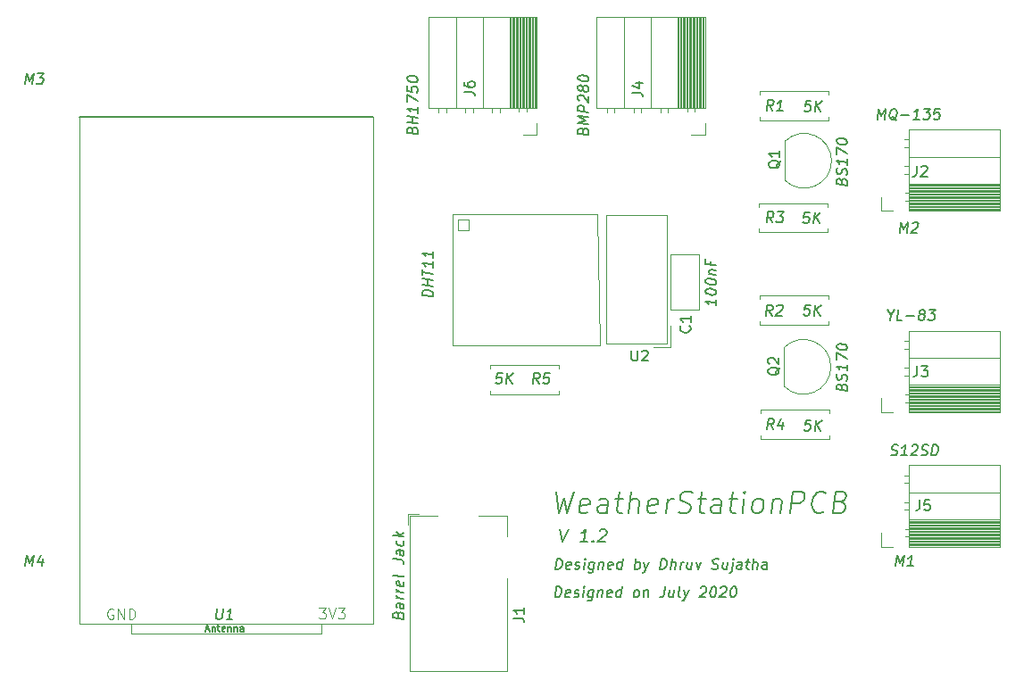
<source format=gbr>
G04 #@! TF.GenerationSoftware,KiCad,Pcbnew,(5.1.6)-1*
G04 #@! TF.CreationDate,2020-07-21T12:12:18+05:30*
G04 #@! TF.ProjectId,WeatherStationPCB,57656174-6865-4725-9374-6174696f6e50,rev?*
G04 #@! TF.SameCoordinates,Original*
G04 #@! TF.FileFunction,Legend,Top*
G04 #@! TF.FilePolarity,Positive*
%FSLAX46Y46*%
G04 Gerber Fmt 4.6, Leading zero omitted, Abs format (unit mm)*
G04 Created by KiCad (PCBNEW (5.1.6)-1) date 2020-07-21 12:12:18*
%MOMM*%
%LPD*%
G01*
G04 APERTURE LIST*
%ADD10C,0.120000*%
%ADD11C,0.150000*%
%ADD12C,0.200000*%
%ADD13C,0.100000*%
%ADD14C,0.127000*%
G04 APERTURE END LIST*
D10*
X116078000Y-88900000D02*
X115062000Y-88900000D01*
X116078000Y-87884000D02*
X116078000Y-88900000D01*
X115062000Y-87884000D02*
X116078000Y-87884000D01*
X115062000Y-88900000D02*
X115062000Y-87884000D01*
X128270000Y-87376000D02*
X114554000Y-87376000D01*
X128524000Y-99822000D02*
X128270000Y-87376000D01*
X114554000Y-99822000D02*
X128524000Y-99822000D01*
X114554000Y-87376000D02*
X114554000Y-99822000D01*
D11*
X156098348Y-96940690D02*
X156038824Y-97416880D01*
X155830491Y-96416880D02*
X156098348Y-96940690D01*
X156497157Y-96416880D01*
X157181681Y-97416880D02*
X156705491Y-97416880D01*
X156830491Y-96416880D01*
X157562633Y-97035928D02*
X158324538Y-97035928D01*
X158967395Y-96845452D02*
X158878110Y-96797833D01*
X158836443Y-96750214D01*
X158800729Y-96654976D01*
X158806681Y-96607357D01*
X158866205Y-96512119D01*
X158919776Y-96464500D01*
X159020967Y-96416880D01*
X159211443Y-96416880D01*
X159300729Y-96464500D01*
X159342395Y-96512119D01*
X159378110Y-96607357D01*
X159372157Y-96654976D01*
X159312633Y-96750214D01*
X159259062Y-96797833D01*
X159157872Y-96845452D01*
X158967395Y-96845452D01*
X158866205Y-96893071D01*
X158812633Y-96940690D01*
X158753110Y-97035928D01*
X158729300Y-97226404D01*
X158765014Y-97321642D01*
X158806681Y-97369261D01*
X158895967Y-97416880D01*
X159086443Y-97416880D01*
X159187633Y-97369261D01*
X159241205Y-97321642D01*
X159300729Y-97226404D01*
X159324538Y-97035928D01*
X159288824Y-96940690D01*
X159247157Y-96893071D01*
X159157872Y-96845452D01*
X159735252Y-96416880D02*
X160354300Y-96416880D01*
X159973348Y-96797833D01*
X160116205Y-96797833D01*
X160205491Y-96845452D01*
X160247157Y-96893071D01*
X160282872Y-96988309D01*
X160253110Y-97226404D01*
X160193586Y-97321642D01*
X160140014Y-97369261D01*
X160038824Y-97416880D01*
X159753110Y-97416880D01*
X159663824Y-97369261D01*
X159622157Y-97321642D01*
X154856252Y-78366880D02*
X154981252Y-77366880D01*
X155225300Y-78081166D01*
X155647919Y-77366880D01*
X155522919Y-78366880D01*
X156653872Y-78462119D02*
X156564586Y-78414500D01*
X156481252Y-78319261D01*
X156356252Y-78176404D01*
X156266967Y-78128785D01*
X156171729Y-78128785D01*
X156189586Y-78366880D02*
X156100300Y-78319261D01*
X156016967Y-78224023D01*
X155993157Y-78033547D01*
X156034824Y-77700214D01*
X156106252Y-77509738D01*
X156213395Y-77414500D01*
X156314586Y-77366880D01*
X156505062Y-77366880D01*
X156594348Y-77414500D01*
X156677681Y-77509738D01*
X156701491Y-77700214D01*
X156659824Y-78033547D01*
X156588395Y-78224023D01*
X156481252Y-78319261D01*
X156380062Y-78366880D01*
X156189586Y-78366880D01*
X157094348Y-77985928D02*
X157856252Y-77985928D01*
X158808633Y-78366880D02*
X158237205Y-78366880D01*
X158522919Y-78366880D02*
X158647919Y-77366880D01*
X158534824Y-77509738D01*
X158427681Y-77604976D01*
X158326491Y-77652595D01*
X159266967Y-77366880D02*
X159886014Y-77366880D01*
X159505062Y-77747833D01*
X159647919Y-77747833D01*
X159737205Y-77795452D01*
X159778872Y-77843071D01*
X159814586Y-77938309D01*
X159784824Y-78176404D01*
X159725300Y-78271642D01*
X159671729Y-78319261D01*
X159570538Y-78366880D01*
X159284824Y-78366880D01*
X159195538Y-78319261D01*
X159153872Y-78271642D01*
X160790776Y-77366880D02*
X160314586Y-77366880D01*
X160207443Y-77843071D01*
X160261014Y-77795452D01*
X160362205Y-77747833D01*
X160600300Y-77747833D01*
X160689586Y-77795452D01*
X160731252Y-77843071D01*
X160766967Y-77938309D01*
X160737205Y-78176404D01*
X160677681Y-78271642D01*
X160624110Y-78319261D01*
X160522919Y-78366880D01*
X160284824Y-78366880D01*
X160195538Y-78319261D01*
X160153872Y-78271642D01*
X112720380Y-95183032D02*
X111720380Y-95058032D01*
X111720380Y-94819937D01*
X111768000Y-94683032D01*
X111863238Y-94599699D01*
X111958476Y-94563985D01*
X112148952Y-94540175D01*
X112291809Y-94558032D01*
X112482285Y-94629461D01*
X112577523Y-94688985D01*
X112672761Y-94796127D01*
X112720380Y-94944937D01*
X112720380Y-95183032D01*
X112720380Y-94183032D02*
X111720380Y-94058032D01*
X112196571Y-94117556D02*
X112196571Y-93546127D01*
X112720380Y-93611604D02*
X111720380Y-93486604D01*
X111720380Y-93153270D02*
X111720380Y-92581842D01*
X112720380Y-92992556D02*
X111720380Y-92867556D01*
X112720380Y-91849699D02*
X112720380Y-92421127D01*
X112720380Y-92135413D02*
X111720380Y-92010413D01*
X111863238Y-92123508D01*
X111958476Y-92230651D01*
X112006095Y-92331842D01*
X112720380Y-90897318D02*
X112720380Y-91468747D01*
X112720380Y-91183032D02*
X111720380Y-91058032D01*
X111863238Y-91171127D01*
X111958476Y-91278270D01*
X112006095Y-91379461D01*
X126928571Y-79425080D02*
X126976190Y-79288175D01*
X127023809Y-79246508D01*
X127119047Y-79210794D01*
X127261904Y-79228651D01*
X127357142Y-79288175D01*
X127404761Y-79341747D01*
X127452380Y-79442937D01*
X127452380Y-79823889D01*
X126452380Y-79698889D01*
X126452380Y-79365556D01*
X126500000Y-79276270D01*
X126547619Y-79234604D01*
X126642857Y-79198889D01*
X126738095Y-79210794D01*
X126833333Y-79270318D01*
X126880952Y-79323889D01*
X126928571Y-79425080D01*
X126928571Y-79758413D01*
X127452380Y-78823889D02*
X126452380Y-78698889D01*
X127166666Y-78454842D01*
X126452380Y-78032223D01*
X127452380Y-78157223D01*
X127452380Y-77681032D02*
X126452380Y-77556032D01*
X126452380Y-77175080D01*
X126500000Y-77085794D01*
X126547619Y-77044127D01*
X126642857Y-77008413D01*
X126785714Y-77026270D01*
X126880952Y-77085794D01*
X126928571Y-77139366D01*
X126976190Y-77240556D01*
X126976190Y-77621508D01*
X126547619Y-76615556D02*
X126500000Y-76561985D01*
X126452380Y-76460794D01*
X126452380Y-76222699D01*
X126500000Y-76133413D01*
X126547619Y-76091747D01*
X126642857Y-76056032D01*
X126738095Y-76067937D01*
X126880952Y-76133413D01*
X127452380Y-76776270D01*
X127452380Y-76157223D01*
X126880952Y-75514366D02*
X126833333Y-75603651D01*
X126785714Y-75645318D01*
X126690476Y-75681032D01*
X126642857Y-75675080D01*
X126547619Y-75615556D01*
X126500000Y-75561985D01*
X126452380Y-75460794D01*
X126452380Y-75270318D01*
X126500000Y-75181032D01*
X126547619Y-75139366D01*
X126642857Y-75103651D01*
X126690476Y-75109604D01*
X126785714Y-75169127D01*
X126833333Y-75222699D01*
X126880952Y-75323889D01*
X126880952Y-75514366D01*
X126928571Y-75615556D01*
X126976190Y-75669127D01*
X127071428Y-75728651D01*
X127261904Y-75752461D01*
X127357142Y-75716747D01*
X127404761Y-75675080D01*
X127452380Y-75585794D01*
X127452380Y-75395318D01*
X127404761Y-75294127D01*
X127357142Y-75240556D01*
X127261904Y-75181032D01*
X127071428Y-75157223D01*
X126976190Y-75192937D01*
X126928571Y-75234604D01*
X126880952Y-75323889D01*
X126452380Y-74460794D02*
X126452380Y-74365556D01*
X126500000Y-74276270D01*
X126547619Y-74234604D01*
X126642857Y-74198889D01*
X126833333Y-74175080D01*
X127071428Y-74204842D01*
X127261904Y-74276270D01*
X127357142Y-74335794D01*
X127404761Y-74389366D01*
X127452380Y-74490556D01*
X127452380Y-74585794D01*
X127404761Y-74675080D01*
X127357142Y-74716747D01*
X127261904Y-74752461D01*
X127071428Y-74776270D01*
X126833333Y-74746508D01*
X126642857Y-74675080D01*
X126547619Y-74615556D01*
X126500000Y-74561985D01*
X126452380Y-74460794D01*
X110736071Y-79353651D02*
X110783690Y-79216747D01*
X110831309Y-79175080D01*
X110926547Y-79139366D01*
X111069404Y-79157223D01*
X111164642Y-79216747D01*
X111212261Y-79270318D01*
X111259880Y-79371508D01*
X111259880Y-79752461D01*
X110259880Y-79627461D01*
X110259880Y-79294127D01*
X110307500Y-79204842D01*
X110355119Y-79163175D01*
X110450357Y-79127461D01*
X110545595Y-79139366D01*
X110640833Y-79198889D01*
X110688452Y-79252461D01*
X110736071Y-79353651D01*
X110736071Y-79686985D01*
X111259880Y-78752461D02*
X110259880Y-78627461D01*
X110736071Y-78686985D02*
X110736071Y-78115556D01*
X111259880Y-78181032D02*
X110259880Y-78056032D01*
X111259880Y-77181032D02*
X111259880Y-77752461D01*
X111259880Y-77466747D02*
X110259880Y-77341747D01*
X110402738Y-77454842D01*
X110497976Y-77561985D01*
X110545595Y-77663175D01*
X110259880Y-76722699D02*
X110259880Y-76056032D01*
X111259880Y-76609604D01*
X110259880Y-75198889D02*
X110259880Y-75675080D01*
X110736071Y-75782223D01*
X110688452Y-75728651D01*
X110640833Y-75627461D01*
X110640833Y-75389366D01*
X110688452Y-75300080D01*
X110736071Y-75258413D01*
X110831309Y-75222699D01*
X111069404Y-75252461D01*
X111164642Y-75311985D01*
X111212261Y-75365556D01*
X111259880Y-75466747D01*
X111259880Y-75704842D01*
X111212261Y-75794127D01*
X111164642Y-75835794D01*
X110259880Y-74532223D02*
X110259880Y-74436985D01*
X110307500Y-74347699D01*
X110355119Y-74306032D01*
X110450357Y-74270318D01*
X110640833Y-74246508D01*
X110878928Y-74276270D01*
X111069404Y-74347699D01*
X111164642Y-74407223D01*
X111212261Y-74460794D01*
X111259880Y-74561985D01*
X111259880Y-74657223D01*
X111212261Y-74746508D01*
X111164642Y-74788175D01*
X111069404Y-74823889D01*
X110878928Y-74847699D01*
X110640833Y-74817937D01*
X110450357Y-74746508D01*
X110355119Y-74686985D01*
X110307500Y-74633413D01*
X110259880Y-74532223D01*
X156124181Y-110196261D02*
X156261086Y-110243880D01*
X156499181Y-110243880D01*
X156600372Y-110196261D01*
X156653943Y-110148642D01*
X156713467Y-110053404D01*
X156725372Y-109958166D01*
X156689657Y-109862928D01*
X156647991Y-109815309D01*
X156558705Y-109767690D01*
X156374181Y-109720071D01*
X156284895Y-109672452D01*
X156243229Y-109624833D01*
X156207514Y-109529595D01*
X156219419Y-109434357D01*
X156278943Y-109339119D01*
X156332514Y-109291500D01*
X156433705Y-109243880D01*
X156671800Y-109243880D01*
X156808705Y-109291500D01*
X157642038Y-110243880D02*
X157070610Y-110243880D01*
X157356324Y-110243880D02*
X157481324Y-109243880D01*
X157368229Y-109386738D01*
X157261086Y-109481976D01*
X157159895Y-109529595D01*
X158136086Y-109339119D02*
X158189657Y-109291500D01*
X158290848Y-109243880D01*
X158528943Y-109243880D01*
X158618229Y-109291500D01*
X158659895Y-109339119D01*
X158695610Y-109434357D01*
X158683705Y-109529595D01*
X158618229Y-109672452D01*
X157975372Y-110243880D01*
X158594419Y-110243880D01*
X158981324Y-110196261D02*
X159118229Y-110243880D01*
X159356324Y-110243880D01*
X159457514Y-110196261D01*
X159511086Y-110148642D01*
X159570610Y-110053404D01*
X159582514Y-109958166D01*
X159546800Y-109862928D01*
X159505133Y-109815309D01*
X159415848Y-109767690D01*
X159231324Y-109720071D01*
X159142038Y-109672452D01*
X159100372Y-109624833D01*
X159064657Y-109529595D01*
X159076562Y-109434357D01*
X159136086Y-109339119D01*
X159189657Y-109291500D01*
X159290848Y-109243880D01*
X159528943Y-109243880D01*
X159665848Y-109291500D01*
X159975372Y-110243880D02*
X160100372Y-109243880D01*
X160338467Y-109243880D01*
X160475372Y-109291500D01*
X160558705Y-109386738D01*
X160594419Y-109481976D01*
X160618229Y-109672452D01*
X160600372Y-109815309D01*
X160528943Y-110005785D01*
X160469419Y-110101023D01*
X160362276Y-110196261D01*
X160213467Y-110243880D01*
X159975372Y-110243880D01*
X109402571Y-125375104D02*
X109450190Y-125238199D01*
X109497809Y-125196532D01*
X109593047Y-125160818D01*
X109735904Y-125178675D01*
X109831142Y-125238199D01*
X109878761Y-125291770D01*
X109926380Y-125392961D01*
X109926380Y-125773913D01*
X108926380Y-125648913D01*
X108926380Y-125315580D01*
X108974000Y-125226294D01*
X109021619Y-125184627D01*
X109116857Y-125148913D01*
X109212095Y-125160818D01*
X109307333Y-125220342D01*
X109354952Y-125273913D01*
X109402571Y-125375104D01*
X109402571Y-125708437D01*
X109926380Y-124345342D02*
X109402571Y-124279866D01*
X109307333Y-124315580D01*
X109259714Y-124404866D01*
X109259714Y-124595342D01*
X109307333Y-124696532D01*
X109878761Y-124339389D02*
X109926380Y-124440580D01*
X109926380Y-124678675D01*
X109878761Y-124767961D01*
X109783523Y-124803675D01*
X109688285Y-124791770D01*
X109593047Y-124732247D01*
X109545428Y-124631056D01*
X109545428Y-124392961D01*
X109497809Y-124291770D01*
X109926380Y-123869151D02*
X109259714Y-123785818D01*
X109450190Y-123809627D02*
X109354952Y-123750104D01*
X109307333Y-123696532D01*
X109259714Y-123595342D01*
X109259714Y-123500104D01*
X109926380Y-123250104D02*
X109259714Y-123166770D01*
X109450190Y-123190580D02*
X109354952Y-123131056D01*
X109307333Y-123077485D01*
X109259714Y-122976294D01*
X109259714Y-122881056D01*
X109878761Y-122244151D02*
X109926380Y-122345342D01*
X109926380Y-122535818D01*
X109878761Y-122625104D01*
X109783523Y-122660818D01*
X109402571Y-122613199D01*
X109307333Y-122553675D01*
X109259714Y-122452485D01*
X109259714Y-122262008D01*
X109307333Y-122172723D01*
X109402571Y-122137008D01*
X109497809Y-122148913D01*
X109593047Y-122637008D01*
X109926380Y-121631056D02*
X109878761Y-121720342D01*
X109783523Y-121756056D01*
X108926380Y-121648913D01*
X108926380Y-120077485D02*
X109640666Y-120166770D01*
X109783523Y-120232247D01*
X109878761Y-120339389D01*
X109926380Y-120488199D01*
X109926380Y-120583437D01*
X109926380Y-119297723D02*
X109402571Y-119232247D01*
X109307333Y-119267961D01*
X109259714Y-119357247D01*
X109259714Y-119547723D01*
X109307333Y-119648913D01*
X109878761Y-119291770D02*
X109926380Y-119392961D01*
X109926380Y-119631056D01*
X109878761Y-119720342D01*
X109783523Y-119756056D01*
X109688285Y-119744151D01*
X109593047Y-119684627D01*
X109545428Y-119583437D01*
X109545428Y-119345342D01*
X109497809Y-119244151D01*
X109878761Y-118387008D02*
X109926380Y-118488199D01*
X109926380Y-118678675D01*
X109878761Y-118767961D01*
X109831142Y-118809627D01*
X109735904Y-118845342D01*
X109450190Y-118809627D01*
X109354952Y-118750104D01*
X109307333Y-118696532D01*
X109259714Y-118595342D01*
X109259714Y-118404866D01*
X109307333Y-118315580D01*
X109926380Y-117964389D02*
X108926380Y-117839389D01*
X109545428Y-117821532D02*
X109926380Y-117583437D01*
X109259714Y-117500104D02*
X109640666Y-117928675D01*
D12*
X124253833Y-123705880D02*
X124378833Y-122705880D01*
X124616928Y-122705880D01*
X124753833Y-122753500D01*
X124837166Y-122848738D01*
X124872880Y-122943976D01*
X124896690Y-123134452D01*
X124878833Y-123277309D01*
X124807404Y-123467785D01*
X124747880Y-123563023D01*
X124640738Y-123658261D01*
X124491928Y-123705880D01*
X124253833Y-123705880D01*
X125640738Y-123658261D02*
X125539547Y-123705880D01*
X125349071Y-123705880D01*
X125259785Y-123658261D01*
X125224071Y-123563023D01*
X125271690Y-123182071D01*
X125331214Y-123086833D01*
X125432404Y-123039214D01*
X125622880Y-123039214D01*
X125712166Y-123086833D01*
X125747880Y-123182071D01*
X125735976Y-123277309D01*
X125247880Y-123372547D01*
X126069309Y-123658261D02*
X126158595Y-123705880D01*
X126349071Y-123705880D01*
X126450261Y-123658261D01*
X126509785Y-123563023D01*
X126515738Y-123515404D01*
X126480023Y-123420166D01*
X126390738Y-123372547D01*
X126247880Y-123372547D01*
X126158595Y-123324928D01*
X126122880Y-123229690D01*
X126128833Y-123182071D01*
X126188357Y-123086833D01*
X126289547Y-123039214D01*
X126432404Y-123039214D01*
X126521690Y-123086833D01*
X126920500Y-123705880D02*
X127003833Y-123039214D01*
X127045500Y-122705880D02*
X126991928Y-122753500D01*
X127033595Y-122801119D01*
X127087166Y-122753500D01*
X127045500Y-122705880D01*
X127033595Y-122801119D01*
X127908595Y-123039214D02*
X127807404Y-123848738D01*
X127747880Y-123943976D01*
X127694309Y-123991595D01*
X127593119Y-124039214D01*
X127450261Y-124039214D01*
X127360976Y-123991595D01*
X127831214Y-123658261D02*
X127730023Y-123705880D01*
X127539547Y-123705880D01*
X127450261Y-123658261D01*
X127408595Y-123610642D01*
X127372880Y-123515404D01*
X127408595Y-123229690D01*
X127468119Y-123134452D01*
X127521690Y-123086833D01*
X127622880Y-123039214D01*
X127813357Y-123039214D01*
X127902642Y-123086833D01*
X128384785Y-123039214D02*
X128301452Y-123705880D01*
X128372880Y-123134452D02*
X128426452Y-123086833D01*
X128527642Y-123039214D01*
X128670500Y-123039214D01*
X128759785Y-123086833D01*
X128795500Y-123182071D01*
X128730023Y-123705880D01*
X129593119Y-123658261D02*
X129491928Y-123705880D01*
X129301452Y-123705880D01*
X129212166Y-123658261D01*
X129176452Y-123563023D01*
X129224071Y-123182071D01*
X129283595Y-123086833D01*
X129384785Y-123039214D01*
X129575261Y-123039214D01*
X129664547Y-123086833D01*
X129700261Y-123182071D01*
X129688357Y-123277309D01*
X129200261Y-123372547D01*
X130491928Y-123705880D02*
X130616928Y-122705880D01*
X130497880Y-123658261D02*
X130396690Y-123705880D01*
X130206214Y-123705880D01*
X130116928Y-123658261D01*
X130075261Y-123610642D01*
X130039547Y-123515404D01*
X130075261Y-123229690D01*
X130134785Y-123134452D01*
X130188357Y-123086833D01*
X130289547Y-123039214D01*
X130480023Y-123039214D01*
X130569309Y-123086833D01*
X131872880Y-123705880D02*
X131783595Y-123658261D01*
X131741928Y-123610642D01*
X131706214Y-123515404D01*
X131741928Y-123229690D01*
X131801452Y-123134452D01*
X131855023Y-123086833D01*
X131956214Y-123039214D01*
X132099071Y-123039214D01*
X132188357Y-123086833D01*
X132230023Y-123134452D01*
X132265738Y-123229690D01*
X132230023Y-123515404D01*
X132170500Y-123610642D01*
X132116928Y-123658261D01*
X132015738Y-123705880D01*
X131872880Y-123705880D01*
X132718119Y-123039214D02*
X132634785Y-123705880D01*
X132706214Y-123134452D02*
X132759785Y-123086833D01*
X132860976Y-123039214D01*
X133003833Y-123039214D01*
X133093119Y-123086833D01*
X133128833Y-123182071D01*
X133063357Y-123705880D01*
X134712166Y-122705880D02*
X134622880Y-123420166D01*
X134557404Y-123563023D01*
X134450261Y-123658261D01*
X134301452Y-123705880D01*
X134206214Y-123705880D01*
X135575261Y-123039214D02*
X135491928Y-123705880D01*
X135146690Y-123039214D02*
X135081214Y-123563023D01*
X135116928Y-123658261D01*
X135206214Y-123705880D01*
X135349071Y-123705880D01*
X135450261Y-123658261D01*
X135503833Y-123610642D01*
X136110976Y-123705880D02*
X136021690Y-123658261D01*
X135985976Y-123563023D01*
X136093119Y-122705880D01*
X136480023Y-123039214D02*
X136634785Y-123705880D01*
X136956214Y-123039214D02*
X136634785Y-123705880D01*
X136509785Y-123943976D01*
X136456214Y-123991595D01*
X136355023Y-124039214D01*
X138081214Y-122801119D02*
X138134785Y-122753500D01*
X138235976Y-122705880D01*
X138474071Y-122705880D01*
X138563357Y-122753500D01*
X138605023Y-122801119D01*
X138640738Y-122896357D01*
X138628833Y-122991595D01*
X138563357Y-123134452D01*
X137920500Y-123705880D01*
X138539547Y-123705880D01*
X139283595Y-122705880D02*
X139378833Y-122705880D01*
X139468119Y-122753500D01*
X139509785Y-122801119D01*
X139545500Y-122896357D01*
X139569309Y-123086833D01*
X139539547Y-123324928D01*
X139468119Y-123515404D01*
X139408595Y-123610642D01*
X139355023Y-123658261D01*
X139253833Y-123705880D01*
X139158595Y-123705880D01*
X139069309Y-123658261D01*
X139027642Y-123610642D01*
X138991928Y-123515404D01*
X138968119Y-123324928D01*
X138997880Y-123086833D01*
X139069309Y-122896357D01*
X139128833Y-122801119D01*
X139182404Y-122753500D01*
X139283595Y-122705880D01*
X139985976Y-122801119D02*
X140039547Y-122753500D01*
X140140738Y-122705880D01*
X140378833Y-122705880D01*
X140468119Y-122753500D01*
X140509785Y-122801119D01*
X140545500Y-122896357D01*
X140533595Y-122991595D01*
X140468119Y-123134452D01*
X139825261Y-123705880D01*
X140444309Y-123705880D01*
X141188357Y-122705880D02*
X141283595Y-122705880D01*
X141372880Y-122753500D01*
X141414547Y-122801119D01*
X141450261Y-122896357D01*
X141474071Y-123086833D01*
X141444309Y-123324928D01*
X141372880Y-123515404D01*
X141313357Y-123610642D01*
X141259785Y-123658261D01*
X141158595Y-123705880D01*
X141063357Y-123705880D01*
X140974071Y-123658261D01*
X140932404Y-123610642D01*
X140896690Y-123515404D01*
X140872880Y-123324928D01*
X140902642Y-123086833D01*
X140974071Y-122896357D01*
X141033595Y-122801119D01*
X141087166Y-122753500D01*
X141188357Y-122705880D01*
X124325452Y-121038880D02*
X124450452Y-120038880D01*
X124688547Y-120038880D01*
X124825452Y-120086500D01*
X124908785Y-120181738D01*
X124944500Y-120276976D01*
X124968309Y-120467452D01*
X124950452Y-120610309D01*
X124879023Y-120800785D01*
X124819500Y-120896023D01*
X124712357Y-120991261D01*
X124563547Y-121038880D01*
X124325452Y-121038880D01*
X125712357Y-120991261D02*
X125611166Y-121038880D01*
X125420690Y-121038880D01*
X125331404Y-120991261D01*
X125295690Y-120896023D01*
X125343309Y-120515071D01*
X125402833Y-120419833D01*
X125504023Y-120372214D01*
X125694500Y-120372214D01*
X125783785Y-120419833D01*
X125819500Y-120515071D01*
X125807595Y-120610309D01*
X125319500Y-120705547D01*
X126140928Y-120991261D02*
X126230214Y-121038880D01*
X126420690Y-121038880D01*
X126521880Y-120991261D01*
X126581404Y-120896023D01*
X126587357Y-120848404D01*
X126551642Y-120753166D01*
X126462357Y-120705547D01*
X126319500Y-120705547D01*
X126230214Y-120657928D01*
X126194500Y-120562690D01*
X126200452Y-120515071D01*
X126259976Y-120419833D01*
X126361166Y-120372214D01*
X126504023Y-120372214D01*
X126593309Y-120419833D01*
X126992119Y-121038880D02*
X127075452Y-120372214D01*
X127117119Y-120038880D02*
X127063547Y-120086500D01*
X127105214Y-120134119D01*
X127158785Y-120086500D01*
X127117119Y-120038880D01*
X127105214Y-120134119D01*
X127980214Y-120372214D02*
X127879023Y-121181738D01*
X127819500Y-121276976D01*
X127765928Y-121324595D01*
X127664738Y-121372214D01*
X127521880Y-121372214D01*
X127432595Y-121324595D01*
X127902833Y-120991261D02*
X127801642Y-121038880D01*
X127611166Y-121038880D01*
X127521880Y-120991261D01*
X127480214Y-120943642D01*
X127444500Y-120848404D01*
X127480214Y-120562690D01*
X127539738Y-120467452D01*
X127593309Y-120419833D01*
X127694500Y-120372214D01*
X127884976Y-120372214D01*
X127974261Y-120419833D01*
X128456404Y-120372214D02*
X128373071Y-121038880D01*
X128444500Y-120467452D02*
X128498071Y-120419833D01*
X128599261Y-120372214D01*
X128742119Y-120372214D01*
X128831404Y-120419833D01*
X128867119Y-120515071D01*
X128801642Y-121038880D01*
X129664738Y-120991261D02*
X129563547Y-121038880D01*
X129373071Y-121038880D01*
X129283785Y-120991261D01*
X129248071Y-120896023D01*
X129295690Y-120515071D01*
X129355214Y-120419833D01*
X129456404Y-120372214D01*
X129646880Y-120372214D01*
X129736166Y-120419833D01*
X129771880Y-120515071D01*
X129759976Y-120610309D01*
X129271880Y-120705547D01*
X130563547Y-121038880D02*
X130688547Y-120038880D01*
X130569500Y-120991261D02*
X130468309Y-121038880D01*
X130277833Y-121038880D01*
X130188547Y-120991261D01*
X130146880Y-120943642D01*
X130111166Y-120848404D01*
X130146880Y-120562690D01*
X130206404Y-120467452D01*
X130259976Y-120419833D01*
X130361166Y-120372214D01*
X130551642Y-120372214D01*
X130640928Y-120419833D01*
X131801642Y-121038880D02*
X131926642Y-120038880D01*
X131879023Y-120419833D02*
X131980214Y-120372214D01*
X132170690Y-120372214D01*
X132259976Y-120419833D01*
X132301642Y-120467452D01*
X132337357Y-120562690D01*
X132301642Y-120848404D01*
X132242119Y-120943642D01*
X132188547Y-120991261D01*
X132087357Y-121038880D01*
X131896880Y-121038880D01*
X131807595Y-120991261D01*
X132694500Y-120372214D02*
X132849261Y-121038880D01*
X133170690Y-120372214D02*
X132849261Y-121038880D01*
X132724261Y-121276976D01*
X132670690Y-121324595D01*
X132569500Y-121372214D01*
X134230214Y-121038880D02*
X134355214Y-120038880D01*
X134593309Y-120038880D01*
X134730214Y-120086500D01*
X134813547Y-120181738D01*
X134849261Y-120276976D01*
X134873071Y-120467452D01*
X134855214Y-120610309D01*
X134783785Y-120800785D01*
X134724261Y-120896023D01*
X134617119Y-120991261D01*
X134468309Y-121038880D01*
X134230214Y-121038880D01*
X135230214Y-121038880D02*
X135355214Y-120038880D01*
X135658785Y-121038880D02*
X135724261Y-120515071D01*
X135688547Y-120419833D01*
X135599261Y-120372214D01*
X135456404Y-120372214D01*
X135355214Y-120419833D01*
X135301642Y-120467452D01*
X136134976Y-121038880D02*
X136218309Y-120372214D01*
X136194500Y-120562690D02*
X136254023Y-120467452D01*
X136307595Y-120419833D01*
X136408785Y-120372214D01*
X136504023Y-120372214D01*
X137265928Y-120372214D02*
X137182595Y-121038880D01*
X136837357Y-120372214D02*
X136771880Y-120896023D01*
X136807595Y-120991261D01*
X136896880Y-121038880D01*
X137039738Y-121038880D01*
X137140928Y-120991261D01*
X137194500Y-120943642D01*
X137646880Y-120372214D02*
X137801642Y-121038880D01*
X138123071Y-120372214D01*
X139140928Y-120991261D02*
X139277833Y-121038880D01*
X139515928Y-121038880D01*
X139617119Y-120991261D01*
X139670690Y-120943642D01*
X139730214Y-120848404D01*
X139742119Y-120753166D01*
X139706404Y-120657928D01*
X139664738Y-120610309D01*
X139575452Y-120562690D01*
X139390928Y-120515071D01*
X139301642Y-120467452D01*
X139259976Y-120419833D01*
X139224261Y-120324595D01*
X139236166Y-120229357D01*
X139295690Y-120134119D01*
X139349261Y-120086500D01*
X139450452Y-120038880D01*
X139688547Y-120038880D01*
X139825452Y-120086500D01*
X140646880Y-120372214D02*
X140563547Y-121038880D01*
X140218309Y-120372214D02*
X140152833Y-120896023D01*
X140188547Y-120991261D01*
X140277833Y-121038880D01*
X140420690Y-121038880D01*
X140521880Y-120991261D01*
X140575452Y-120943642D01*
X141123071Y-120372214D02*
X141015928Y-121229357D01*
X140956404Y-121324595D01*
X140855214Y-121372214D01*
X140807595Y-121372214D01*
X141164738Y-120038880D02*
X141111166Y-120086500D01*
X141152833Y-120134119D01*
X141206404Y-120086500D01*
X141164738Y-120038880D01*
X141152833Y-120134119D01*
X141944500Y-121038880D02*
X142009976Y-120515071D01*
X141974261Y-120419833D01*
X141884976Y-120372214D01*
X141694500Y-120372214D01*
X141593309Y-120419833D01*
X141950452Y-120991261D02*
X141849261Y-121038880D01*
X141611166Y-121038880D01*
X141521880Y-120991261D01*
X141486166Y-120896023D01*
X141498071Y-120800785D01*
X141557595Y-120705547D01*
X141658785Y-120657928D01*
X141896880Y-120657928D01*
X141998071Y-120610309D01*
X142361166Y-120372214D02*
X142742119Y-120372214D01*
X142545690Y-120038880D02*
X142438547Y-120896023D01*
X142474261Y-120991261D01*
X142563547Y-121038880D01*
X142658785Y-121038880D01*
X142992119Y-121038880D02*
X143117119Y-120038880D01*
X143420690Y-121038880D02*
X143486166Y-120515071D01*
X143450452Y-120419833D01*
X143361166Y-120372214D01*
X143218309Y-120372214D01*
X143117119Y-120419833D01*
X143063547Y-120467452D01*
X144325452Y-121038880D02*
X144390928Y-120515071D01*
X144355214Y-120419833D01*
X144265928Y-120372214D01*
X144075452Y-120372214D01*
X143974261Y-120419833D01*
X144331404Y-120991261D02*
X144230214Y-121038880D01*
X143992119Y-121038880D01*
X143902833Y-120991261D01*
X143867119Y-120896023D01*
X143879023Y-120800785D01*
X143938547Y-120705547D01*
X144039738Y-120657928D01*
X144277833Y-120657928D01*
X144379023Y-120610309D01*
X124748178Y-117262357D02*
X124998178Y-118462357D01*
X125548178Y-117262357D01*
X127341035Y-118462357D02*
X126655321Y-118462357D01*
X126998178Y-118462357D02*
X127148178Y-117262357D01*
X127012464Y-117433785D01*
X126883892Y-117548071D01*
X126762464Y-117605214D01*
X127869607Y-118348071D02*
X127919607Y-118405214D01*
X127855321Y-118462357D01*
X127805321Y-118405214D01*
X127869607Y-118348071D01*
X127855321Y-118462357D01*
X128505321Y-117376642D02*
X128569607Y-117319500D01*
X128691035Y-117262357D01*
X128976750Y-117262357D01*
X129083892Y-117319500D01*
X129133892Y-117376642D01*
X129176750Y-117490928D01*
X129162464Y-117605214D01*
X129083892Y-117776642D01*
X128312464Y-118462357D01*
X129055321Y-118462357D01*
D13*
X82359595Y-124849000D02*
X82264357Y-124801380D01*
X82121500Y-124801380D01*
X81978642Y-124849000D01*
X81883404Y-124944238D01*
X81835785Y-125039476D01*
X81788166Y-125229952D01*
X81788166Y-125372809D01*
X81835785Y-125563285D01*
X81883404Y-125658523D01*
X81978642Y-125753761D01*
X82121500Y-125801380D01*
X82216738Y-125801380D01*
X82359595Y-125753761D01*
X82407214Y-125706142D01*
X82407214Y-125372809D01*
X82216738Y-125372809D01*
X82835785Y-125801380D02*
X82835785Y-124801380D01*
X83407214Y-125801380D01*
X83407214Y-124801380D01*
X83883404Y-125801380D02*
X83883404Y-124801380D01*
X84121500Y-124801380D01*
X84264357Y-124849000D01*
X84359595Y-124944238D01*
X84407214Y-125039476D01*
X84454833Y-125229952D01*
X84454833Y-125372809D01*
X84407214Y-125563285D01*
X84359595Y-125658523D01*
X84264357Y-125753761D01*
X84121500Y-125801380D01*
X83883404Y-125801380D01*
X101885904Y-124737880D02*
X102504952Y-124737880D01*
X102171619Y-125118833D01*
X102314476Y-125118833D01*
X102409714Y-125166452D01*
X102457333Y-125214071D01*
X102504952Y-125309309D01*
X102504952Y-125547404D01*
X102457333Y-125642642D01*
X102409714Y-125690261D01*
X102314476Y-125737880D01*
X102028761Y-125737880D01*
X101933523Y-125690261D01*
X101885904Y-125642642D01*
X102790666Y-124737880D02*
X103124000Y-125737880D01*
X103457333Y-124737880D01*
X103695428Y-124737880D02*
X104314476Y-124737880D01*
X103981142Y-125118833D01*
X104124000Y-125118833D01*
X104219238Y-125166452D01*
X104266857Y-125214071D01*
X104314476Y-125309309D01*
X104314476Y-125547404D01*
X104266857Y-125642642D01*
X104219238Y-125690261D01*
X104124000Y-125737880D01*
X103838285Y-125737880D01*
X103743047Y-125690261D01*
X103695428Y-125642642D01*
D12*
X124377011Y-113712761D02*
X124603202Y-115712761D01*
X125162726Y-114284190D01*
X125365107Y-115712761D01*
X126091297Y-113712761D01*
X127377011Y-115617523D02*
X127174630Y-115712761D01*
X126793678Y-115712761D01*
X126615107Y-115617523D01*
X126543678Y-115427047D01*
X126638916Y-114665142D01*
X126757964Y-114474666D01*
X126960345Y-114379428D01*
X127341297Y-114379428D01*
X127519869Y-114474666D01*
X127591297Y-114665142D01*
X127567488Y-114855619D01*
X126591297Y-115046095D01*
X129174630Y-115712761D02*
X129305583Y-114665142D01*
X129234154Y-114474666D01*
X129055583Y-114379428D01*
X128674630Y-114379428D01*
X128472250Y-114474666D01*
X129186535Y-115617523D02*
X128984154Y-115712761D01*
X128507964Y-115712761D01*
X128329392Y-115617523D01*
X128257964Y-115427047D01*
X128281773Y-115236571D01*
X128400821Y-115046095D01*
X128603202Y-114950857D01*
X129079392Y-114950857D01*
X129281773Y-114855619D01*
X130007964Y-114379428D02*
X130769869Y-114379428D01*
X130377011Y-113712761D02*
X130162726Y-115427047D01*
X130234154Y-115617523D01*
X130412726Y-115712761D01*
X130603202Y-115712761D01*
X131269869Y-115712761D02*
X131519869Y-113712761D01*
X132127011Y-115712761D02*
X132257964Y-114665142D01*
X132186535Y-114474666D01*
X132007964Y-114379428D01*
X131722250Y-114379428D01*
X131519869Y-114474666D01*
X131412726Y-114569904D01*
X133853202Y-115617523D02*
X133650821Y-115712761D01*
X133269869Y-115712761D01*
X133091297Y-115617523D01*
X133019869Y-115427047D01*
X133115107Y-114665142D01*
X133234154Y-114474666D01*
X133436535Y-114379428D01*
X133817488Y-114379428D01*
X133996059Y-114474666D01*
X134067488Y-114665142D01*
X134043678Y-114855619D01*
X133067488Y-115046095D01*
X134793678Y-115712761D02*
X134960345Y-114379428D01*
X134912726Y-114760380D02*
X135031773Y-114569904D01*
X135138916Y-114474666D01*
X135341297Y-114379428D01*
X135531773Y-114379428D01*
X135948440Y-115617523D02*
X136222250Y-115712761D01*
X136698440Y-115712761D01*
X136900821Y-115617523D01*
X137007964Y-115522285D01*
X137127011Y-115331809D01*
X137150821Y-115141333D01*
X137079392Y-114950857D01*
X136996059Y-114855619D01*
X136817488Y-114760380D01*
X136448440Y-114665142D01*
X136269869Y-114569904D01*
X136186535Y-114474666D01*
X136115107Y-114284190D01*
X136138916Y-114093714D01*
X136257964Y-113903238D01*
X136365107Y-113808000D01*
X136567488Y-113712761D01*
X137043678Y-113712761D01*
X137317488Y-113808000D01*
X137817488Y-114379428D02*
X138579392Y-114379428D01*
X138186535Y-113712761D02*
X137972250Y-115427047D01*
X138043678Y-115617523D01*
X138222250Y-115712761D01*
X138412726Y-115712761D01*
X139936535Y-115712761D02*
X140067488Y-114665142D01*
X139996059Y-114474666D01*
X139817488Y-114379428D01*
X139436535Y-114379428D01*
X139234154Y-114474666D01*
X139948440Y-115617523D02*
X139746059Y-115712761D01*
X139269869Y-115712761D01*
X139091297Y-115617523D01*
X139019869Y-115427047D01*
X139043678Y-115236571D01*
X139162726Y-115046095D01*
X139365107Y-114950857D01*
X139841297Y-114950857D01*
X140043678Y-114855619D01*
X140769869Y-114379428D02*
X141531773Y-114379428D01*
X141138916Y-113712761D02*
X140924630Y-115427047D01*
X140996059Y-115617523D01*
X141174630Y-115712761D01*
X141365107Y-115712761D01*
X142031773Y-115712761D02*
X142198440Y-114379428D01*
X142281773Y-113712761D02*
X142174630Y-113808000D01*
X142257964Y-113903238D01*
X142365107Y-113808000D01*
X142281773Y-113712761D01*
X142257964Y-113903238D01*
X143269869Y-115712761D02*
X143091297Y-115617523D01*
X143007964Y-115522285D01*
X142936535Y-115331809D01*
X143007964Y-114760380D01*
X143127011Y-114569904D01*
X143234154Y-114474666D01*
X143436535Y-114379428D01*
X143722250Y-114379428D01*
X143900821Y-114474666D01*
X143984154Y-114569904D01*
X144055583Y-114760380D01*
X143984154Y-115331809D01*
X143865107Y-115522285D01*
X143757964Y-115617523D01*
X143555583Y-115712761D01*
X143269869Y-115712761D01*
X144960345Y-114379428D02*
X144793678Y-115712761D01*
X144936535Y-114569904D02*
X145043678Y-114474666D01*
X145246059Y-114379428D01*
X145531773Y-114379428D01*
X145710345Y-114474666D01*
X145781773Y-114665142D01*
X145650821Y-115712761D01*
X146603202Y-115712761D02*
X146853202Y-113712761D01*
X147615107Y-113712761D01*
X147793678Y-113808000D01*
X147877011Y-113903238D01*
X147948440Y-114093714D01*
X147912726Y-114379428D01*
X147793678Y-114569904D01*
X147686535Y-114665142D01*
X147484154Y-114760380D01*
X146722250Y-114760380D01*
X149769869Y-115522285D02*
X149662726Y-115617523D01*
X149365107Y-115712761D01*
X149174630Y-115712761D01*
X148900821Y-115617523D01*
X148734154Y-115427047D01*
X148662726Y-115236571D01*
X148615107Y-114855619D01*
X148650821Y-114569904D01*
X148793678Y-114188952D01*
X148912726Y-113998476D01*
X149127011Y-113808000D01*
X149424630Y-113712761D01*
X149615107Y-113712761D01*
X149888916Y-113808000D01*
X149972250Y-113903238D01*
X151400821Y-114665142D02*
X151674630Y-114760380D01*
X151757964Y-114855619D01*
X151829392Y-115046095D01*
X151793678Y-115331809D01*
X151674630Y-115522285D01*
X151567488Y-115617523D01*
X151365107Y-115712761D01*
X150603202Y-115712761D01*
X150853202Y-113712761D01*
X151519869Y-113712761D01*
X151698440Y-113808000D01*
X151781773Y-113903238D01*
X151853202Y-114093714D01*
X151829392Y-114284190D01*
X151710345Y-114474666D01*
X151603202Y-114569904D01*
X151400821Y-114665142D01*
X150734154Y-114665142D01*
D10*
X156337000Y-106168000D02*
X155227000Y-106168000D01*
X155227000Y-106168000D02*
X155227000Y-104838000D01*
X166427000Y-106168000D02*
X166427000Y-98428000D01*
X166427000Y-98428000D02*
X157797000Y-98428000D01*
X157797000Y-106168000D02*
X157797000Y-98428000D01*
X166427000Y-106168000D02*
X157797000Y-106168000D01*
X166427000Y-101028000D02*
X157797000Y-101028000D01*
X166427000Y-103568000D02*
X157797000Y-103568000D01*
X157797000Y-99398000D02*
X157387000Y-99398000D01*
X157797000Y-100118000D02*
X157387000Y-100118000D01*
X157797000Y-101938000D02*
X157387000Y-101938000D01*
X157797000Y-102658000D02*
X157387000Y-102658000D01*
X157797000Y-104478000D02*
X157447000Y-104478000D01*
X157797000Y-105198000D02*
X157447000Y-105198000D01*
X166427000Y-103686100D02*
X157797000Y-103686100D01*
X166427000Y-103804195D02*
X157797000Y-103804195D01*
X166427000Y-103922290D02*
X157797000Y-103922290D01*
X166427000Y-104040385D02*
X157797000Y-104040385D01*
X166427000Y-104158480D02*
X157797000Y-104158480D01*
X166427000Y-104276575D02*
X157797000Y-104276575D01*
X166427000Y-104394670D02*
X157797000Y-104394670D01*
X166427000Y-104512765D02*
X157797000Y-104512765D01*
X166427000Y-104630860D02*
X157797000Y-104630860D01*
X166427000Y-104748955D02*
X157797000Y-104748955D01*
X166427000Y-104867050D02*
X157797000Y-104867050D01*
X166427000Y-104985145D02*
X157797000Y-104985145D01*
X166427000Y-105103240D02*
X157797000Y-105103240D01*
X166427000Y-105221335D02*
X157797000Y-105221335D01*
X166427000Y-105339430D02*
X157797000Y-105339430D01*
X166427000Y-105457525D02*
X157797000Y-105457525D01*
X166427000Y-105575620D02*
X157797000Y-105575620D01*
X166427000Y-105693715D02*
X157797000Y-105693715D01*
X166427000Y-105811810D02*
X157797000Y-105811810D01*
X166427000Y-105929905D02*
X157797000Y-105929905D01*
X166427000Y-106048000D02*
X157797000Y-106048000D01*
X118078000Y-101690000D02*
X118078000Y-102020000D01*
X124618000Y-101690000D02*
X118078000Y-101690000D01*
X124618000Y-102020000D02*
X124618000Y-101690000D01*
X118078000Y-104430000D02*
X118078000Y-104100000D01*
X124618000Y-104430000D02*
X118078000Y-104430000D01*
X124618000Y-104100000D02*
X124618000Y-104430000D01*
X150272000Y-108685000D02*
X150272000Y-108355000D01*
X143732000Y-108685000D02*
X150272000Y-108685000D01*
X143732000Y-108355000D02*
X143732000Y-108685000D01*
X150272000Y-105945000D02*
X150272000Y-106275000D01*
X143732000Y-105945000D02*
X150272000Y-105945000D01*
X143732000Y-106275000D02*
X143732000Y-105945000D01*
X150146000Y-89063500D02*
X150146000Y-88733500D01*
X143606000Y-89063500D02*
X150146000Y-89063500D01*
X143606000Y-88733500D02*
X143606000Y-89063500D01*
X150146000Y-86323500D02*
X150146000Y-86653500D01*
X143606000Y-86323500D02*
X150146000Y-86323500D01*
X143606000Y-86653500D02*
X143606000Y-86323500D01*
X150209000Y-97826500D02*
X150209000Y-97496500D01*
X143669000Y-97826500D02*
X150209000Y-97826500D01*
X143669000Y-97496500D02*
X143669000Y-97826500D01*
X150209000Y-95086500D02*
X150209000Y-95416500D01*
X143669000Y-95086500D02*
X150209000Y-95086500D01*
X143669000Y-95416500D02*
X143669000Y-95086500D01*
X150209000Y-78459000D02*
X150209000Y-78129000D01*
X143669000Y-78459000D02*
X150209000Y-78459000D01*
X143669000Y-78129000D02*
X143669000Y-78459000D01*
X150209000Y-75719000D02*
X150209000Y-76049000D01*
X143669000Y-75719000D02*
X150209000Y-75719000D01*
X143669000Y-76049000D02*
X143669000Y-75719000D01*
X122432000Y-68650000D02*
X122432000Y-77280000D01*
X122313905Y-68650000D02*
X122313905Y-77280000D01*
X122195810Y-68650000D02*
X122195810Y-77280000D01*
X122077715Y-68650000D02*
X122077715Y-77280000D01*
X121959620Y-68650000D02*
X121959620Y-77280000D01*
X121841525Y-68650000D02*
X121841525Y-77280000D01*
X121723430Y-68650000D02*
X121723430Y-77280000D01*
X121605335Y-68650000D02*
X121605335Y-77280000D01*
X121487240Y-68650000D02*
X121487240Y-77280000D01*
X121369145Y-68650000D02*
X121369145Y-77280000D01*
X121251050Y-68650000D02*
X121251050Y-77280000D01*
X121132955Y-68650000D02*
X121132955Y-77280000D01*
X121014860Y-68650000D02*
X121014860Y-77280000D01*
X120896765Y-68650000D02*
X120896765Y-77280000D01*
X120778670Y-68650000D02*
X120778670Y-77280000D01*
X120660575Y-68650000D02*
X120660575Y-77280000D01*
X120542480Y-68650000D02*
X120542480Y-77280000D01*
X120424385Y-68650000D02*
X120424385Y-77280000D01*
X120306290Y-68650000D02*
X120306290Y-77280000D01*
X120188195Y-68650000D02*
X120188195Y-77280000D01*
X120070100Y-68650000D02*
X120070100Y-77280000D01*
X121582000Y-77280000D02*
X121582000Y-77630000D01*
X120862000Y-77280000D02*
X120862000Y-77630000D01*
X119042000Y-77280000D02*
X119042000Y-77690000D01*
X118322000Y-77280000D02*
X118322000Y-77690000D01*
X116502000Y-77280000D02*
X116502000Y-77690000D01*
X115782000Y-77280000D02*
X115782000Y-77690000D01*
X113962000Y-77280000D02*
X113962000Y-77690000D01*
X113242000Y-77280000D02*
X113242000Y-77690000D01*
X119952000Y-68650000D02*
X119952000Y-77280000D01*
X117412000Y-68650000D02*
X117412000Y-77280000D01*
X114872000Y-68650000D02*
X114872000Y-77280000D01*
X122552000Y-68650000D02*
X122552000Y-77280000D01*
X122552000Y-77280000D02*
X112272000Y-77280000D01*
X112272000Y-68650000D02*
X112272000Y-77280000D01*
X122552000Y-68650000D02*
X112272000Y-68650000D01*
X122552000Y-79850000D02*
X121222000Y-79850000D01*
X122552000Y-78740000D02*
X122552000Y-79850000D01*
X166427000Y-118812000D02*
X157797000Y-118812000D01*
X166427000Y-118693905D02*
X157797000Y-118693905D01*
X166427000Y-118575810D02*
X157797000Y-118575810D01*
X166427000Y-118457715D02*
X157797000Y-118457715D01*
X166427000Y-118339620D02*
X157797000Y-118339620D01*
X166427000Y-118221525D02*
X157797000Y-118221525D01*
X166427000Y-118103430D02*
X157797000Y-118103430D01*
X166427000Y-117985335D02*
X157797000Y-117985335D01*
X166427000Y-117867240D02*
X157797000Y-117867240D01*
X166427000Y-117749145D02*
X157797000Y-117749145D01*
X166427000Y-117631050D02*
X157797000Y-117631050D01*
X166427000Y-117512955D02*
X157797000Y-117512955D01*
X166427000Y-117394860D02*
X157797000Y-117394860D01*
X166427000Y-117276765D02*
X157797000Y-117276765D01*
X166427000Y-117158670D02*
X157797000Y-117158670D01*
X166427000Y-117040575D02*
X157797000Y-117040575D01*
X166427000Y-116922480D02*
X157797000Y-116922480D01*
X166427000Y-116804385D02*
X157797000Y-116804385D01*
X166427000Y-116686290D02*
X157797000Y-116686290D01*
X166427000Y-116568195D02*
X157797000Y-116568195D01*
X166427000Y-116450100D02*
X157797000Y-116450100D01*
X157797000Y-117962000D02*
X157447000Y-117962000D01*
X157797000Y-117242000D02*
X157447000Y-117242000D01*
X157797000Y-115422000D02*
X157387000Y-115422000D01*
X157797000Y-114702000D02*
X157387000Y-114702000D01*
X157797000Y-112882000D02*
X157387000Y-112882000D01*
X157797000Y-112162000D02*
X157387000Y-112162000D01*
X166427000Y-116332000D02*
X157797000Y-116332000D01*
X166427000Y-113792000D02*
X157797000Y-113792000D01*
X166427000Y-118932000D02*
X157797000Y-118932000D01*
X157797000Y-118932000D02*
X157797000Y-111192000D01*
X166427000Y-111192000D02*
X157797000Y-111192000D01*
X166427000Y-118932000D02*
X166427000Y-111192000D01*
X155227000Y-118932000D02*
X155227000Y-117602000D01*
X156337000Y-118932000D02*
X155227000Y-118932000D01*
X156337000Y-87055000D02*
X155227000Y-87055000D01*
X155227000Y-87055000D02*
X155227000Y-85725000D01*
X166427000Y-87055000D02*
X166427000Y-79315000D01*
X166427000Y-79315000D02*
X157797000Y-79315000D01*
X157797000Y-87055000D02*
X157797000Y-79315000D01*
X166427000Y-87055000D02*
X157797000Y-87055000D01*
X166427000Y-81915000D02*
X157797000Y-81915000D01*
X166427000Y-84455000D02*
X157797000Y-84455000D01*
X157797000Y-80285000D02*
X157387000Y-80285000D01*
X157797000Y-81005000D02*
X157387000Y-81005000D01*
X157797000Y-82825000D02*
X157387000Y-82825000D01*
X157797000Y-83545000D02*
X157387000Y-83545000D01*
X157797000Y-85365000D02*
X157447000Y-85365000D01*
X157797000Y-86085000D02*
X157447000Y-86085000D01*
X166427000Y-84573100D02*
X157797000Y-84573100D01*
X166427000Y-84691195D02*
X157797000Y-84691195D01*
X166427000Y-84809290D02*
X157797000Y-84809290D01*
X166427000Y-84927385D02*
X157797000Y-84927385D01*
X166427000Y-85045480D02*
X157797000Y-85045480D01*
X166427000Y-85163575D02*
X157797000Y-85163575D01*
X166427000Y-85281670D02*
X157797000Y-85281670D01*
X166427000Y-85399765D02*
X157797000Y-85399765D01*
X166427000Y-85517860D02*
X157797000Y-85517860D01*
X166427000Y-85635955D02*
X157797000Y-85635955D01*
X166427000Y-85754050D02*
X157797000Y-85754050D01*
X166427000Y-85872145D02*
X157797000Y-85872145D01*
X166427000Y-85990240D02*
X157797000Y-85990240D01*
X166427000Y-86108335D02*
X157797000Y-86108335D01*
X166427000Y-86226430D02*
X157797000Y-86226430D01*
X166427000Y-86344525D02*
X157797000Y-86344525D01*
X166427000Y-86462620D02*
X157797000Y-86462620D01*
X166427000Y-86580715D02*
X157797000Y-86580715D01*
X166427000Y-86698810D02*
X157797000Y-86698810D01*
X166427000Y-86816905D02*
X157797000Y-86816905D01*
X166427000Y-86935000D02*
X157797000Y-86935000D01*
X138490000Y-78740000D02*
X138490000Y-79850000D01*
X138490000Y-79850000D02*
X137160000Y-79850000D01*
X138490000Y-68650000D02*
X128210000Y-68650000D01*
X128210000Y-68650000D02*
X128210000Y-77280000D01*
X138490000Y-77280000D02*
X128210000Y-77280000D01*
X138490000Y-68650000D02*
X138490000Y-77280000D01*
X130810000Y-68650000D02*
X130810000Y-77280000D01*
X133350000Y-68650000D02*
X133350000Y-77280000D01*
X135890000Y-68650000D02*
X135890000Y-77280000D01*
X129180000Y-77280000D02*
X129180000Y-77690000D01*
X129900000Y-77280000D02*
X129900000Y-77690000D01*
X131720000Y-77280000D02*
X131720000Y-77690000D01*
X132440000Y-77280000D02*
X132440000Y-77690000D01*
X134260000Y-77280000D02*
X134260000Y-77690000D01*
X134980000Y-77280000D02*
X134980000Y-77690000D01*
X136800000Y-77280000D02*
X136800000Y-77630000D01*
X137520000Y-77280000D02*
X137520000Y-77630000D01*
X136008100Y-68650000D02*
X136008100Y-77280000D01*
X136126195Y-68650000D02*
X136126195Y-77280000D01*
X136244290Y-68650000D02*
X136244290Y-77280000D01*
X136362385Y-68650000D02*
X136362385Y-77280000D01*
X136480480Y-68650000D02*
X136480480Y-77280000D01*
X136598575Y-68650000D02*
X136598575Y-77280000D01*
X136716670Y-68650000D02*
X136716670Y-77280000D01*
X136834765Y-68650000D02*
X136834765Y-77280000D01*
X136952860Y-68650000D02*
X136952860Y-77280000D01*
X137070955Y-68650000D02*
X137070955Y-77280000D01*
X137189050Y-68650000D02*
X137189050Y-77280000D01*
X137307145Y-68650000D02*
X137307145Y-77280000D01*
X137425240Y-68650000D02*
X137425240Y-77280000D01*
X137543335Y-68650000D02*
X137543335Y-77280000D01*
X137661430Y-68650000D02*
X137661430Y-77280000D01*
X137779525Y-68650000D02*
X137779525Y-77280000D01*
X137897620Y-68650000D02*
X137897620Y-77280000D01*
X138015715Y-68650000D02*
X138015715Y-77280000D01*
X138133810Y-68650000D02*
X138133810Y-77280000D01*
X138251905Y-68650000D02*
X138251905Y-77280000D01*
X138370000Y-68650000D02*
X138370000Y-77280000D01*
D14*
X79141000Y-78160000D02*
X107041000Y-78160000D01*
D10*
X107041000Y-78160000D02*
X107041000Y-126210000D01*
X107041000Y-126210000D02*
X79131000Y-126230000D01*
X79131000Y-126230000D02*
X79141000Y-78160000D01*
X102091000Y-127190000D02*
X102091000Y-126220000D01*
X84101000Y-126230000D02*
X84101000Y-127160000D01*
X102091000Y-127190000D02*
X84101000Y-127160000D01*
X134886000Y-99665500D02*
X129146000Y-99665500D01*
X129136000Y-99665500D02*
X129136000Y-87405500D01*
X129136000Y-87405500D02*
X134896000Y-87405500D01*
X134896000Y-87405500D02*
X134896000Y-99655500D01*
X135176000Y-99945500D02*
X135176000Y-97945500D01*
X135176000Y-99945500D02*
X133566000Y-99945500D01*
X135218000Y-96429500D02*
X135218000Y-91189500D01*
X137958000Y-96429500D02*
X137958000Y-91189500D01*
X135218000Y-96429500D02*
X137958000Y-96429500D01*
X135218000Y-91189500D02*
X137958000Y-91189500D01*
X111376000Y-115804000D02*
X110326000Y-115804000D01*
X110326000Y-116854000D02*
X110326000Y-115804000D01*
X119726000Y-121904000D02*
X119726000Y-130704000D01*
X119726000Y-130704000D02*
X110526000Y-130704000D01*
X117026000Y-116004000D02*
X119726000Y-116004000D01*
X119726000Y-116004000D02*
X119726000Y-117904000D01*
X110526000Y-130704000D02*
X110526000Y-116004000D01*
X110526000Y-116004000D02*
X113126000Y-116004000D01*
X146042000Y-80496000D02*
X146042000Y-84096000D01*
X146053522Y-80457522D02*
G75*
G02*
X150492000Y-82296000I1838478J-1838478D01*
G01*
X146053522Y-84134478D02*
G75*
G03*
X150492000Y-82296000I1838478J1838478D01*
G01*
X145978000Y-100054000D02*
X145978000Y-103654000D01*
X145989522Y-103692478D02*
G75*
G03*
X150428000Y-101854000I1838478J1838478D01*
G01*
X145989522Y-100015522D02*
G75*
G02*
X150428000Y-101854000I1838478J-1838478D01*
G01*
D11*
X158615666Y-101755380D02*
X158615666Y-102469666D01*
X158568047Y-102612523D01*
X158472809Y-102707761D01*
X158329952Y-102755380D01*
X158234714Y-102755380D01*
X158996619Y-101755380D02*
X159615666Y-101755380D01*
X159282333Y-102136333D01*
X159425190Y-102136333D01*
X159520428Y-102183952D01*
X159568047Y-102231571D01*
X159615666Y-102326809D01*
X159615666Y-102564904D01*
X159568047Y-102660142D01*
X159520428Y-102707761D01*
X159425190Y-102755380D01*
X159139476Y-102755380D01*
X159044238Y-102707761D01*
X158996619Y-102660142D01*
X74020491Y-120742380D02*
X74145491Y-119742380D01*
X74389538Y-120456666D01*
X74812157Y-119742380D01*
X74687157Y-120742380D01*
X75675252Y-120075714D02*
X75591919Y-120742380D01*
X75484776Y-119694761D02*
X75157395Y-120409047D01*
X75776443Y-120409047D01*
X74020491Y-75022380D02*
X74145491Y-74022380D01*
X74389538Y-74736666D01*
X74812157Y-74022380D01*
X74687157Y-75022380D01*
X75193110Y-74022380D02*
X75812157Y-74022380D01*
X75431205Y-74403333D01*
X75574062Y-74403333D01*
X75663348Y-74450952D01*
X75705014Y-74498571D01*
X75740729Y-74593809D01*
X75710967Y-74831904D01*
X75651443Y-74927142D01*
X75597872Y-74974761D01*
X75496681Y-75022380D01*
X75210967Y-75022380D01*
X75121681Y-74974761D01*
X75080014Y-74927142D01*
X156951491Y-89119380D02*
X157076491Y-88119380D01*
X157320538Y-88833666D01*
X157743157Y-88119380D01*
X157618157Y-89119380D01*
X158159824Y-88214619D02*
X158213395Y-88167000D01*
X158314586Y-88119380D01*
X158552681Y-88119380D01*
X158641967Y-88167000D01*
X158683633Y-88214619D01*
X158719348Y-88309857D01*
X158707443Y-88405095D01*
X158641967Y-88547952D01*
X157999110Y-89119380D01*
X158618157Y-89119380D01*
X156570491Y-120742380D02*
X156695491Y-119742380D01*
X156939538Y-120456666D01*
X157362157Y-119742380D01*
X157237157Y-120742380D01*
X158237157Y-120742380D02*
X157665729Y-120742380D01*
X157951443Y-120742380D02*
X158076443Y-119742380D01*
X157963348Y-119885238D01*
X157856205Y-119980476D01*
X157755014Y-120028095D01*
X122732348Y-103448880D02*
X122458538Y-102972690D01*
X122160919Y-103448880D02*
X122285919Y-102448880D01*
X122666872Y-102448880D01*
X122756157Y-102496500D01*
X122797824Y-102544119D01*
X122833538Y-102639357D01*
X122815681Y-102782214D01*
X122756157Y-102877452D01*
X122702586Y-102925071D01*
X122601395Y-102972690D01*
X122220443Y-102972690D01*
X123762110Y-102448880D02*
X123285919Y-102448880D01*
X123178776Y-102925071D01*
X123232348Y-102877452D01*
X123333538Y-102829833D01*
X123571633Y-102829833D01*
X123660919Y-102877452D01*
X123702586Y-102925071D01*
X123738300Y-103020309D01*
X123708538Y-103258404D01*
X123649014Y-103353642D01*
X123595443Y-103401261D01*
X123494252Y-103448880D01*
X123256157Y-103448880D01*
X123166872Y-103401261D01*
X123125205Y-103353642D01*
X119269610Y-102448880D02*
X118793419Y-102448880D01*
X118686276Y-102925071D01*
X118739848Y-102877452D01*
X118841038Y-102829833D01*
X119079133Y-102829833D01*
X119168419Y-102877452D01*
X119210086Y-102925071D01*
X119245800Y-103020309D01*
X119216038Y-103258404D01*
X119156514Y-103353642D01*
X119102943Y-103401261D01*
X119001752Y-103448880D01*
X118763657Y-103448880D01*
X118674372Y-103401261D01*
X118632705Y-103353642D01*
X119620800Y-103448880D02*
X119745800Y-102448880D01*
X120192229Y-103448880D02*
X119835086Y-102877452D01*
X120317229Y-102448880D02*
X119674372Y-103020309D01*
X144957348Y-107767380D02*
X144683538Y-107291190D01*
X144385919Y-107767380D02*
X144510919Y-106767380D01*
X144891872Y-106767380D01*
X144981157Y-106815000D01*
X145022824Y-106862619D01*
X145058538Y-106957857D01*
X145040681Y-107100714D01*
X144981157Y-107195952D01*
X144927586Y-107243571D01*
X144826395Y-107291190D01*
X144445443Y-107291190D01*
X145897824Y-107100714D02*
X145814491Y-107767380D01*
X145707348Y-106719761D02*
X145379967Y-107434047D01*
X145999014Y-107434047D01*
X148543110Y-106894380D02*
X148066919Y-106894380D01*
X147959776Y-107370571D01*
X148013348Y-107322952D01*
X148114538Y-107275333D01*
X148352633Y-107275333D01*
X148441919Y-107322952D01*
X148483586Y-107370571D01*
X148519300Y-107465809D01*
X148489538Y-107703904D01*
X148430014Y-107799142D01*
X148376443Y-107846761D01*
X148275252Y-107894380D01*
X148037157Y-107894380D01*
X147947872Y-107846761D01*
X147906205Y-107799142D01*
X148894300Y-107894380D02*
X149019300Y-106894380D01*
X149465729Y-107894380D02*
X149108586Y-107322952D01*
X149590729Y-106894380D02*
X148947872Y-107465809D01*
X144894848Y-88145880D02*
X144621038Y-87669690D01*
X144323419Y-88145880D02*
X144448419Y-87145880D01*
X144829372Y-87145880D01*
X144918657Y-87193500D01*
X144960324Y-87241119D01*
X144996038Y-87336357D01*
X144978181Y-87479214D01*
X144918657Y-87574452D01*
X144865086Y-87622071D01*
X144763895Y-87669690D01*
X144382943Y-87669690D01*
X145353181Y-87145880D02*
X145972229Y-87145880D01*
X145591276Y-87526833D01*
X145734133Y-87526833D01*
X145823419Y-87574452D01*
X145865086Y-87622071D01*
X145900800Y-87717309D01*
X145871038Y-87955404D01*
X145811514Y-88050642D01*
X145757943Y-88098261D01*
X145656752Y-88145880D01*
X145371038Y-88145880D01*
X145281752Y-88098261D01*
X145240086Y-88050642D01*
X148417110Y-87209380D02*
X147940919Y-87209380D01*
X147833776Y-87685571D01*
X147887348Y-87637952D01*
X147988538Y-87590333D01*
X148226633Y-87590333D01*
X148315919Y-87637952D01*
X148357586Y-87685571D01*
X148393300Y-87780809D01*
X148363538Y-88018904D01*
X148304014Y-88114142D01*
X148250443Y-88161761D01*
X148149252Y-88209380D01*
X147911157Y-88209380D01*
X147821872Y-88161761D01*
X147780205Y-88114142D01*
X148768300Y-88209380D02*
X148893300Y-87209380D01*
X149339729Y-88209380D02*
X148982586Y-87637952D01*
X149464729Y-87209380D02*
X148821872Y-87780809D01*
X144830848Y-96972380D02*
X144557038Y-96496190D01*
X144259419Y-96972380D02*
X144384419Y-95972380D01*
X144765372Y-95972380D01*
X144854657Y-96020000D01*
X144896324Y-96067619D01*
X144932038Y-96162857D01*
X144914181Y-96305714D01*
X144854657Y-96400952D01*
X144801086Y-96448571D01*
X144699895Y-96496190D01*
X144318943Y-96496190D01*
X145324895Y-96067619D02*
X145378467Y-96020000D01*
X145479657Y-95972380D01*
X145717752Y-95972380D01*
X145807038Y-96020000D01*
X145848705Y-96067619D01*
X145884419Y-96162857D01*
X145872514Y-96258095D01*
X145807038Y-96400952D01*
X145164181Y-96972380D01*
X145783229Y-96972380D01*
X148480110Y-95972380D02*
X148003919Y-95972380D01*
X147896776Y-96448571D01*
X147950348Y-96400952D01*
X148051538Y-96353333D01*
X148289633Y-96353333D01*
X148378919Y-96400952D01*
X148420586Y-96448571D01*
X148456300Y-96543809D01*
X148426538Y-96781904D01*
X148367014Y-96877142D01*
X148313443Y-96924761D01*
X148212252Y-96972380D01*
X147974157Y-96972380D01*
X147884872Y-96924761D01*
X147843205Y-96877142D01*
X148831300Y-96972380D02*
X148956300Y-95972380D01*
X149402729Y-96972380D02*
X149045586Y-96400952D01*
X149527729Y-95972380D02*
X148884872Y-96543809D01*
X144894348Y-77541380D02*
X144620538Y-77065190D01*
X144322919Y-77541380D02*
X144447919Y-76541380D01*
X144828872Y-76541380D01*
X144918157Y-76589000D01*
X144959824Y-76636619D01*
X144995538Y-76731857D01*
X144977681Y-76874714D01*
X144918157Y-76969952D01*
X144864586Y-77017571D01*
X144763395Y-77065190D01*
X144382443Y-77065190D01*
X145846729Y-77541380D02*
X145275300Y-77541380D01*
X145561014Y-77541380D02*
X145686014Y-76541380D01*
X145572919Y-76684238D01*
X145465776Y-76779476D01*
X145364586Y-76827095D01*
X148543610Y-76604880D02*
X148067419Y-76604880D01*
X147960276Y-77081071D01*
X148013848Y-77033452D01*
X148115038Y-76985833D01*
X148353133Y-76985833D01*
X148442419Y-77033452D01*
X148484086Y-77081071D01*
X148519800Y-77176309D01*
X148490038Y-77414404D01*
X148430514Y-77509642D01*
X148376943Y-77557261D01*
X148275752Y-77604880D01*
X148037657Y-77604880D01*
X147948372Y-77557261D01*
X147906705Y-77509642D01*
X148894800Y-77604880D02*
X149019800Y-76604880D01*
X149466229Y-77604880D02*
X149109086Y-77033452D01*
X149591229Y-76604880D02*
X148948372Y-77176309D01*
X115652380Y-75761333D02*
X116366666Y-75761333D01*
X116509523Y-75808952D01*
X116604761Y-75904190D01*
X116652380Y-76047047D01*
X116652380Y-76142285D01*
X115652380Y-74856571D02*
X115652380Y-75047047D01*
X115700000Y-75142285D01*
X115747619Y-75189904D01*
X115890476Y-75285142D01*
X116080952Y-75332761D01*
X116461904Y-75332761D01*
X116557142Y-75285142D01*
X116604761Y-75237523D01*
X116652380Y-75142285D01*
X116652380Y-74951809D01*
X116604761Y-74856571D01*
X116557142Y-74808952D01*
X116461904Y-74761333D01*
X116223809Y-74761333D01*
X116128571Y-74808952D01*
X116080952Y-74856571D01*
X116033333Y-74951809D01*
X116033333Y-75142285D01*
X116080952Y-75237523D01*
X116128571Y-75285142D01*
X116223809Y-75332761D01*
X158851166Y-114456880D02*
X158851166Y-115171166D01*
X158803547Y-115314023D01*
X158708309Y-115409261D01*
X158565452Y-115456880D01*
X158470214Y-115456880D01*
X159803547Y-114456880D02*
X159327357Y-114456880D01*
X159279738Y-114933071D01*
X159327357Y-114885452D01*
X159422595Y-114837833D01*
X159660690Y-114837833D01*
X159755928Y-114885452D01*
X159803547Y-114933071D01*
X159851166Y-115028309D01*
X159851166Y-115266404D01*
X159803547Y-115361642D01*
X159755928Y-115409261D01*
X159660690Y-115456880D01*
X159422595Y-115456880D01*
X159327357Y-115409261D01*
X159279738Y-115361642D01*
X158577166Y-82764380D02*
X158577166Y-83478666D01*
X158529547Y-83621523D01*
X158434309Y-83716761D01*
X158291452Y-83764380D01*
X158196214Y-83764380D01*
X159005738Y-82859619D02*
X159053357Y-82812000D01*
X159148595Y-82764380D01*
X159386690Y-82764380D01*
X159481928Y-82812000D01*
X159529547Y-82859619D01*
X159577166Y-82954857D01*
X159577166Y-83050095D01*
X159529547Y-83192952D01*
X158958119Y-83764380D01*
X159577166Y-83764380D01*
X131595880Y-75834833D02*
X132310166Y-75834833D01*
X132453023Y-75882452D01*
X132548261Y-75977690D01*
X132595880Y-76120547D01*
X132595880Y-76215785D01*
X131929214Y-74930071D02*
X132595880Y-74930071D01*
X131548261Y-75168166D02*
X132262547Y-75406261D01*
X132262547Y-74787214D01*
X92223830Y-124782169D02*
X92122600Y-125592005D01*
X92158328Y-125687280D01*
X92200011Y-125734918D01*
X92289331Y-125782555D01*
X92479881Y-125782555D01*
X92581111Y-125734918D01*
X92634703Y-125687280D01*
X92694249Y-125592005D01*
X92795479Y-124782169D01*
X93670817Y-125782555D02*
X93099168Y-125782555D01*
X93384992Y-125782555D02*
X93510040Y-124782169D01*
X93396902Y-124925081D01*
X93289717Y-125020356D01*
X93188488Y-125067994D01*
X91155761Y-126758333D02*
X91465285Y-126758333D01*
X91093857Y-126944047D02*
X91310523Y-126294047D01*
X91527190Y-126944047D01*
X91743857Y-126510714D02*
X91743857Y-126944047D01*
X91743857Y-126572619D02*
X91774809Y-126541666D01*
X91836714Y-126510714D01*
X91929571Y-126510714D01*
X91991476Y-126541666D01*
X92022428Y-126603571D01*
X92022428Y-126944047D01*
X92239095Y-126510714D02*
X92486714Y-126510714D01*
X92331952Y-126294047D02*
X92331952Y-126851190D01*
X92362904Y-126913095D01*
X92424809Y-126944047D01*
X92486714Y-126944047D01*
X92951000Y-126913095D02*
X92889095Y-126944047D01*
X92765285Y-126944047D01*
X92703380Y-126913095D01*
X92672428Y-126851190D01*
X92672428Y-126603571D01*
X92703380Y-126541666D01*
X92765285Y-126510714D01*
X92889095Y-126510714D01*
X92951000Y-126541666D01*
X92981952Y-126603571D01*
X92981952Y-126665476D01*
X92672428Y-126727380D01*
X93260523Y-126510714D02*
X93260523Y-126944047D01*
X93260523Y-126572619D02*
X93291476Y-126541666D01*
X93353380Y-126510714D01*
X93446238Y-126510714D01*
X93508142Y-126541666D01*
X93539095Y-126603571D01*
X93539095Y-126944047D01*
X93848619Y-126510714D02*
X93848619Y-126944047D01*
X93848619Y-126572619D02*
X93879571Y-126541666D01*
X93941476Y-126510714D01*
X94034333Y-126510714D01*
X94096238Y-126541666D01*
X94127190Y-126603571D01*
X94127190Y-126944047D01*
X94715285Y-126944047D02*
X94715285Y-126603571D01*
X94684333Y-126541666D01*
X94622428Y-126510714D01*
X94498619Y-126510714D01*
X94436714Y-126541666D01*
X94715285Y-126913095D02*
X94653380Y-126944047D01*
X94498619Y-126944047D01*
X94436714Y-126913095D01*
X94405761Y-126851190D01*
X94405761Y-126789285D01*
X94436714Y-126727380D01*
X94498619Y-126696428D01*
X94653380Y-126696428D01*
X94715285Y-126665476D01*
X131524095Y-100287880D02*
X131524095Y-101097404D01*
X131571714Y-101192642D01*
X131619333Y-101240261D01*
X131714571Y-101287880D01*
X131905047Y-101287880D01*
X132000285Y-101240261D01*
X132047904Y-101192642D01*
X132095523Y-101097404D01*
X132095523Y-100287880D01*
X132524095Y-100383119D02*
X132571714Y-100335500D01*
X132666952Y-100287880D01*
X132905047Y-100287880D01*
X133000285Y-100335500D01*
X133047904Y-100383119D01*
X133095523Y-100478357D01*
X133095523Y-100573595D01*
X133047904Y-100716452D01*
X132476476Y-101287880D01*
X133095523Y-101287880D01*
X137035142Y-97966166D02*
X137082761Y-98013785D01*
X137130380Y-98156642D01*
X137130380Y-98251880D01*
X137082761Y-98394738D01*
X136987523Y-98489976D01*
X136892285Y-98537595D01*
X136701809Y-98585214D01*
X136558952Y-98585214D01*
X136368476Y-98537595D01*
X136273238Y-98489976D01*
X136178000Y-98394738D01*
X136130380Y-98251880D01*
X136130380Y-98156642D01*
X136178000Y-98013785D01*
X136225619Y-97966166D01*
X137130380Y-97013785D02*
X137130380Y-97585214D01*
X137130380Y-97299500D02*
X136130380Y-97299500D01*
X136273238Y-97394738D01*
X136368476Y-97489976D01*
X136416095Y-97585214D01*
X139540380Y-95457104D02*
X139540380Y-96028532D01*
X139540380Y-95742818D02*
X138540380Y-95617818D01*
X138683238Y-95730913D01*
X138778476Y-95838056D01*
X138826095Y-95939247D01*
X138540380Y-94713056D02*
X138540380Y-94617818D01*
X138588000Y-94528532D01*
X138635619Y-94486866D01*
X138730857Y-94451151D01*
X138921333Y-94427342D01*
X139159428Y-94457104D01*
X139349904Y-94528532D01*
X139445142Y-94588056D01*
X139492761Y-94641627D01*
X139540380Y-94742818D01*
X139540380Y-94838056D01*
X139492761Y-94927342D01*
X139445142Y-94969008D01*
X139349904Y-95004723D01*
X139159428Y-95028532D01*
X138921333Y-94998770D01*
X138730857Y-94927342D01*
X138635619Y-94867818D01*
X138588000Y-94814247D01*
X138540380Y-94713056D01*
X138540380Y-93760675D02*
X138540380Y-93665437D01*
X138588000Y-93576151D01*
X138635619Y-93534485D01*
X138730857Y-93498770D01*
X138921333Y-93474961D01*
X139159428Y-93504723D01*
X139349904Y-93576151D01*
X139445142Y-93635675D01*
X139492761Y-93689247D01*
X139540380Y-93790437D01*
X139540380Y-93885675D01*
X139492761Y-93974961D01*
X139445142Y-94016627D01*
X139349904Y-94052342D01*
X139159428Y-94076151D01*
X138921333Y-94046389D01*
X138730857Y-93974961D01*
X138635619Y-93915437D01*
X138588000Y-93861866D01*
X138540380Y-93760675D01*
X138873714Y-93040437D02*
X139540380Y-93123770D01*
X138968952Y-93052342D02*
X138921333Y-92998770D01*
X138873714Y-92897580D01*
X138873714Y-92754723D01*
X138921333Y-92665437D01*
X139016571Y-92629723D01*
X139540380Y-92695199D01*
X139016571Y-91820199D02*
X139016571Y-92153532D01*
X139540380Y-92219008D02*
X138540380Y-92094008D01*
X138540380Y-91617818D01*
X120328380Y-125687333D02*
X121042666Y-125687333D01*
X121185523Y-125734952D01*
X121280761Y-125830190D01*
X121328380Y-125973047D01*
X121328380Y-126068285D01*
X121328380Y-124687333D02*
X121328380Y-125258761D01*
X121328380Y-124973047D02*
X120328380Y-124973047D01*
X120471238Y-125068285D01*
X120566476Y-125163523D01*
X120614095Y-125258761D01*
X145645619Y-82264238D02*
X145598000Y-82359476D01*
X145502761Y-82454714D01*
X145359904Y-82597571D01*
X145312285Y-82692809D01*
X145312285Y-82788047D01*
X145550380Y-82740428D02*
X145502761Y-82835666D01*
X145407523Y-82930904D01*
X145217047Y-82978523D01*
X144883714Y-82978523D01*
X144693238Y-82930904D01*
X144598000Y-82835666D01*
X144550380Y-82740428D01*
X144550380Y-82549952D01*
X144598000Y-82454714D01*
X144693238Y-82359476D01*
X144883714Y-82311857D01*
X145217047Y-82311857D01*
X145407523Y-82359476D01*
X145502761Y-82454714D01*
X145550380Y-82549952D01*
X145550380Y-82740428D01*
X145550380Y-81359476D02*
X145550380Y-81930904D01*
X145550380Y-81645190D02*
X144550380Y-81645190D01*
X144693238Y-81740428D01*
X144788476Y-81835666D01*
X144836095Y-81930904D01*
X151440071Y-84227342D02*
X151487690Y-84090437D01*
X151535309Y-84048770D01*
X151630547Y-84013056D01*
X151773404Y-84030913D01*
X151868642Y-84090437D01*
X151916261Y-84144008D01*
X151963880Y-84245199D01*
X151963880Y-84626151D01*
X150963880Y-84501151D01*
X150963880Y-84167818D01*
X151011500Y-84078532D01*
X151059119Y-84036866D01*
X151154357Y-84001151D01*
X151249595Y-84013056D01*
X151344833Y-84072580D01*
X151392452Y-84126151D01*
X151440071Y-84227342D01*
X151440071Y-84560675D01*
X151916261Y-83667818D02*
X151963880Y-83530913D01*
X151963880Y-83292818D01*
X151916261Y-83191627D01*
X151868642Y-83138056D01*
X151773404Y-83078532D01*
X151678166Y-83066627D01*
X151582928Y-83102342D01*
X151535309Y-83144008D01*
X151487690Y-83233294D01*
X151440071Y-83417818D01*
X151392452Y-83507104D01*
X151344833Y-83548770D01*
X151249595Y-83584485D01*
X151154357Y-83572580D01*
X151059119Y-83513056D01*
X151011500Y-83459485D01*
X150963880Y-83358294D01*
X150963880Y-83120199D01*
X151011500Y-82983294D01*
X151963880Y-82149961D02*
X151963880Y-82721389D01*
X151963880Y-82435675D02*
X150963880Y-82310675D01*
X151106738Y-82423770D01*
X151201976Y-82530913D01*
X151249595Y-82632104D01*
X150963880Y-81691627D02*
X150963880Y-81024961D01*
X151963880Y-81578532D01*
X150963880Y-80453532D02*
X150963880Y-80358294D01*
X151011500Y-80269008D01*
X151059119Y-80227342D01*
X151154357Y-80191627D01*
X151344833Y-80167818D01*
X151582928Y-80197580D01*
X151773404Y-80269008D01*
X151868642Y-80328532D01*
X151916261Y-80382104D01*
X151963880Y-80483294D01*
X151963880Y-80578532D01*
X151916261Y-80667818D01*
X151868642Y-80709485D01*
X151773404Y-80745199D01*
X151582928Y-80769008D01*
X151344833Y-80739247D01*
X151154357Y-80667818D01*
X151059119Y-80608294D01*
X151011500Y-80554723D01*
X150963880Y-80453532D01*
X145581619Y-101885738D02*
X145534000Y-101980976D01*
X145438761Y-102076214D01*
X145295904Y-102219071D01*
X145248285Y-102314309D01*
X145248285Y-102409547D01*
X145486380Y-102361928D02*
X145438761Y-102457166D01*
X145343523Y-102552404D01*
X145153047Y-102600023D01*
X144819714Y-102600023D01*
X144629238Y-102552404D01*
X144534000Y-102457166D01*
X144486380Y-102361928D01*
X144486380Y-102171452D01*
X144534000Y-102076214D01*
X144629238Y-101980976D01*
X144819714Y-101933357D01*
X145153047Y-101933357D01*
X145343523Y-101980976D01*
X145438761Y-102076214D01*
X145486380Y-102171452D01*
X145486380Y-102361928D01*
X144581619Y-101552404D02*
X144534000Y-101504785D01*
X144486380Y-101409547D01*
X144486380Y-101171452D01*
X144534000Y-101076214D01*
X144581619Y-101028595D01*
X144676857Y-100980976D01*
X144772095Y-100980976D01*
X144914952Y-101028595D01*
X145486380Y-101600023D01*
X145486380Y-100980976D01*
X151439571Y-103721842D02*
X151487190Y-103584937D01*
X151534809Y-103543270D01*
X151630047Y-103507556D01*
X151772904Y-103525413D01*
X151868142Y-103584937D01*
X151915761Y-103638508D01*
X151963380Y-103739699D01*
X151963380Y-104120651D01*
X150963380Y-103995651D01*
X150963380Y-103662318D01*
X151011000Y-103573032D01*
X151058619Y-103531366D01*
X151153857Y-103495651D01*
X151249095Y-103507556D01*
X151344333Y-103567080D01*
X151391952Y-103620651D01*
X151439571Y-103721842D01*
X151439571Y-104055175D01*
X151915761Y-103162318D02*
X151963380Y-103025413D01*
X151963380Y-102787318D01*
X151915761Y-102686127D01*
X151868142Y-102632556D01*
X151772904Y-102573032D01*
X151677666Y-102561127D01*
X151582428Y-102596842D01*
X151534809Y-102638508D01*
X151487190Y-102727794D01*
X151439571Y-102912318D01*
X151391952Y-103001604D01*
X151344333Y-103043270D01*
X151249095Y-103078985D01*
X151153857Y-103067080D01*
X151058619Y-103007556D01*
X151011000Y-102953985D01*
X150963380Y-102852794D01*
X150963380Y-102614699D01*
X151011000Y-102477794D01*
X151963380Y-101644461D02*
X151963380Y-102215889D01*
X151963380Y-101930175D02*
X150963380Y-101805175D01*
X151106238Y-101918270D01*
X151201476Y-102025413D01*
X151249095Y-102126604D01*
X150963380Y-101186127D02*
X150963380Y-100519461D01*
X151963380Y-101073032D01*
X150963380Y-99948032D02*
X150963380Y-99852794D01*
X151011000Y-99763508D01*
X151058619Y-99721842D01*
X151153857Y-99686127D01*
X151344333Y-99662318D01*
X151582428Y-99692080D01*
X151772904Y-99763508D01*
X151868142Y-99823032D01*
X151915761Y-99876604D01*
X151963380Y-99977794D01*
X151963380Y-100073032D01*
X151915761Y-100162318D01*
X151868142Y-100203985D01*
X151772904Y-100239699D01*
X151582428Y-100263508D01*
X151344333Y-100233747D01*
X151153857Y-100162318D01*
X151058619Y-100102794D01*
X151011000Y-100049223D01*
X150963380Y-99948032D01*
M02*

</source>
